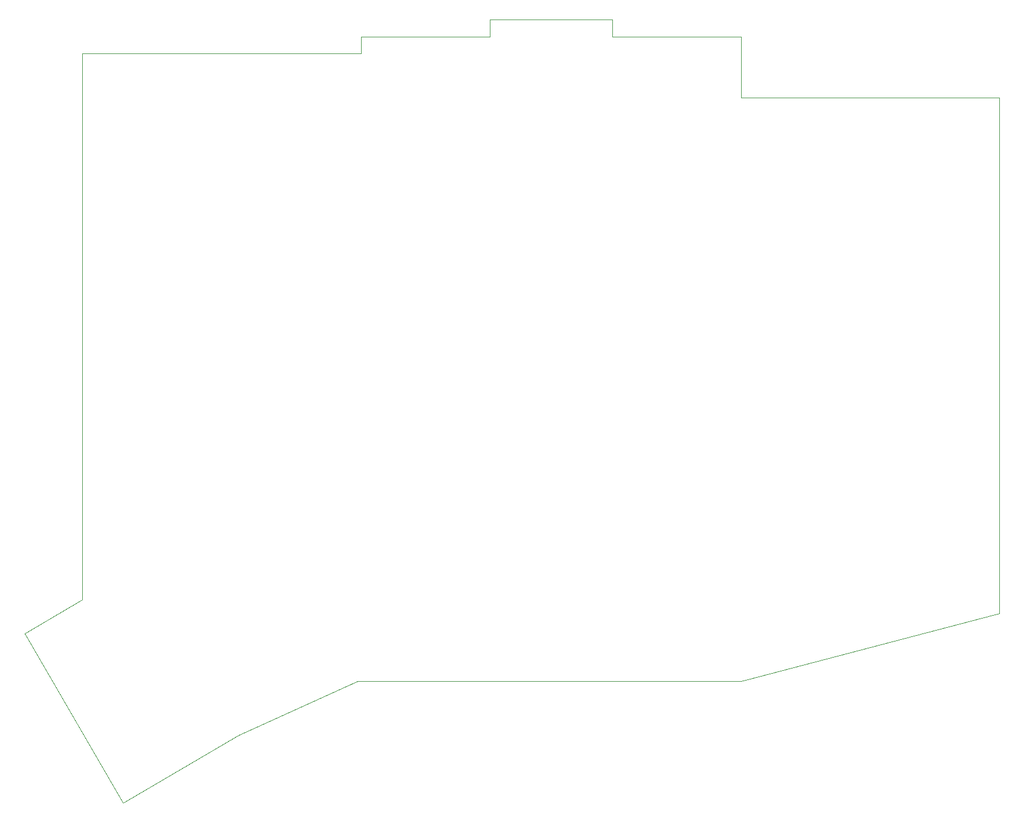
<source format=gbr>
G04 #@! TF.GenerationSoftware,KiCad,Pcbnew,5.1.5-52549c5~86~ubuntu19.10.1*
G04 #@! TF.CreationDate,2020-05-05T19:49:36+02:00*
G04 #@! TF.ProjectId,bottom_plate,626f7474-6f6d-45f7-906c-6174652e6b69,rev?*
G04 #@! TF.SameCoordinates,Original*
G04 #@! TF.FileFunction,Profile,NP*
%FSLAX46Y46*%
G04 Gerber Fmt 4.6, Leading zero omitted, Abs format (unit mm)*
G04 Created by KiCad (PCBNEW 5.1.5-52549c5~86~ubuntu19.10.1) date 2020-05-05 19:49:36*
%MOMM*%
%LPD*%
G04 APERTURE LIST*
%ADD10C,0.100000*%
G04 APERTURE END LIST*
D10*
X49829901Y-50183314D02*
X90830951Y-50181114D01*
X90830951Y-50181114D02*
X90830686Y-47683968D01*
X90830686Y-47683968D02*
X109830183Y-47681768D01*
X109830183Y-47681768D02*
X109829918Y-45182072D01*
X109829918Y-45182072D02*
X127830898Y-45182072D01*
X127830898Y-45182072D02*
X127830898Y-47683953D01*
X127830898Y-47683953D02*
X146830100Y-47683953D01*
X146830100Y-47683953D02*
X146830250Y-56683474D01*
X146830250Y-56683474D02*
X184830900Y-56683474D01*
X184830900Y-56683474D02*
X184830900Y-132682513D01*
X184830900Y-132682513D02*
X146829960Y-142682490D01*
X146829960Y-142682490D02*
X90330201Y-142682490D01*
X90330201Y-142682490D02*
X72829601Y-150683490D01*
X72829601Y-150683490D02*
X55829889Y-160680820D01*
X55829889Y-160680820D02*
X41331626Y-135682243D01*
X41331626Y-135682243D02*
X49830433Y-130681001D01*
X49830433Y-130681001D02*
X49829901Y-50183314D01*
X49829901Y-50183314D02*
X49829901Y-50183314D01*
M02*

</source>
